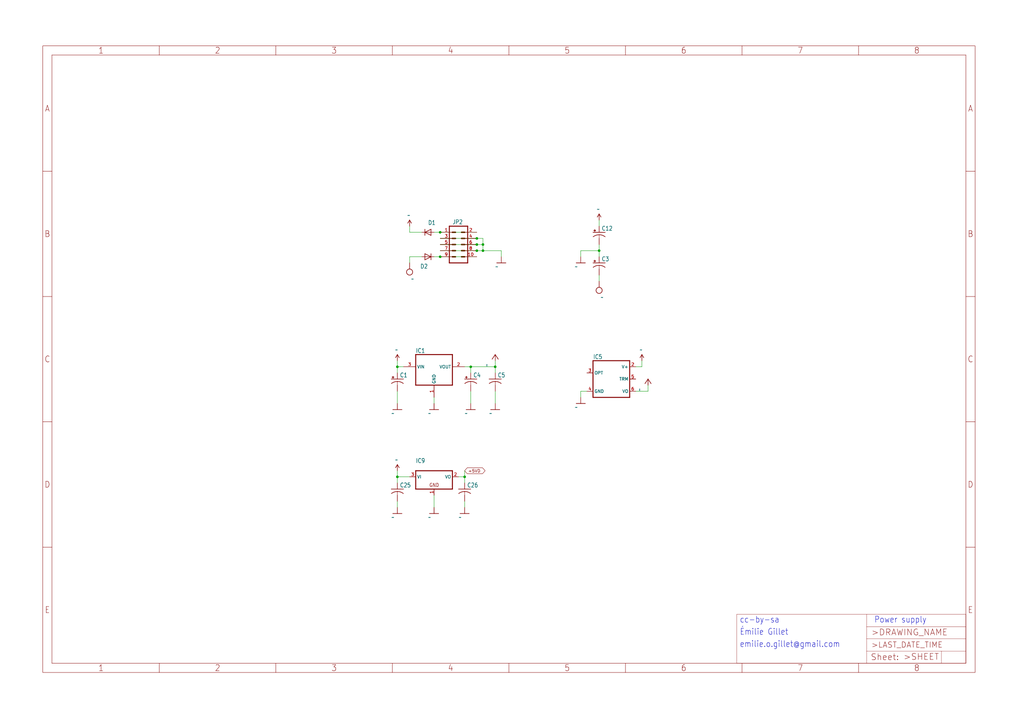
<source format=kicad_sch>
(kicad_sch (version 20211123) (generator eeschema)
  (paper "User" 425.45 299.161)
  (lib_symbols
    (symbol "yarns_v03-eagle-import:+3V3" (power)
      (property "Value" "+3V3" (at -2.54 -5.08 90))
      (symbol "+3V3_1_0"
        (polyline (pts (xy 0 0) (xy -1.27 -1.905)) (stroke (width 0.254)))
        (polyline (pts (xy 1.27 -1.905) (xy 0 0)) (stroke (width 0.254)))
        (pin power_in line (at 0 -2.54 90) (length 2.54) (name "+3V3") (number "1"))
      )
    )
    (symbol "yarns_v03-eagle-import:+5V" (power)
      (property "Value" "+5V" (at -2.54 -5.08 90))
      (symbol "+5V_1_0"
        (polyline (pts (xy 0 0) (xy -1.27 -1.905)) (stroke (width 0.254)))
        (polyline (pts (xy 1.27 -1.905) (xy 0 0)) (stroke (width 0.254)))
        (pin power_in line (at 0 -2.54 90) (length 2.54) (name "+5V") (number "1"))
      )
    )
    (symbol "yarns_v03-eagle-import:A3L-LOC"
      (symbol "A3L-LOC_0_0"
        (polyline (pts (xy 0 52.07) (xy 3.81 52.07)))
        (polyline (pts (xy 0 104.14) (xy 3.81 104.14)))
        (polyline (pts (xy 0 156.21) (xy 3.81 156.21)))
        (polyline (pts (xy 0 208.28) (xy 3.81 208.28)))
        (polyline (pts (xy 3.81 3.81) (xy 3.81 256.54)))
        (polyline (pts (xy 48.4188 0) (xy 48.4188 3.81)))
        (polyline (pts (xy 48.4188 256.54) (xy 48.4188 260.35)))
        (polyline (pts (xy 96.8375 0) (xy 96.8375 3.81)))
        (polyline (pts (xy 96.8375 256.54) (xy 96.8375 260.35)))
        (polyline (pts (xy 145.2563 0) (xy 145.2563 3.81)))
        (polyline (pts (xy 145.2563 256.54) (xy 145.2563 260.35)))
        (polyline (pts (xy 193.675 0) (xy 193.675 3.81)))
        (polyline (pts (xy 193.675 256.54) (xy 193.675 260.35)))
        (polyline (pts (xy 242.0938 0) (xy 242.0938 3.81)))
        (polyline (pts (xy 242.0938 256.54) (xy 242.0938 260.35)))
        (polyline (pts (xy 290.5125 0) (xy 290.5125 3.81)))
        (polyline (pts (xy 290.5125 256.54) (xy 290.5125 260.35)))
        (polyline (pts (xy 338.9313 0) (xy 338.9313 3.81)))
        (polyline (pts (xy 338.9313 256.54) (xy 338.9313 260.35)))
        (polyline (pts (xy 383.54 3.81) (xy 3.81 3.81)))
        (polyline (pts (xy 383.54 3.81) (xy 383.54 256.54)))
        (polyline (pts (xy 383.54 52.07) (xy 387.35 52.07)))
        (polyline (pts (xy 383.54 104.14) (xy 387.35 104.14)))
        (polyline (pts (xy 383.54 156.21) (xy 387.35 156.21)))
        (polyline (pts (xy 383.54 208.28) (xy 387.35 208.28)))
        (polyline (pts (xy 383.54 256.54) (xy 3.81 256.54)))
        (polyline (pts (xy 0 0) (xy 387.35 0) (xy 387.35 260.35) (xy 0 260.35) (xy 0 0)))
        (text "1" (at 24.2094 1.905 0) (effects (font (size 2.54 2.286))))
        (text "1" (at 24.2094 258.445 0) (effects (font (size 2.54 2.286))))
        (text "2" (at 72.6281 1.905 0) (effects (font (size 2.54 2.286))))
        (text "2" (at 72.6281 258.445 0) (effects (font (size 2.54 2.286))))
        (text "3" (at 121.0469 1.905 0) (effects (font (size 2.54 2.286))))
        (text "3" (at 121.0469 258.445 0) (effects (font (size 2.54 2.286))))
        (text "4" (at 169.4656 1.905 0) (effects (font (size 2.54 2.286))))
        (text "4" (at 169.4656 258.445 0) (effects (font (size 2.54 2.286))))
        (text "5" (at 217.8844 1.905 0) (effects (font (size 2.54 2.286))))
        (text "5" (at 217.8844 258.445 0) (effects (font (size 2.54 2.286))))
        (text "6" (at 266.3031 1.905 0) (effects (font (size 2.54 2.286))))
        (text "6" (at 266.3031 258.445 0) (effects (font (size 2.54 2.286))))
        (text "7" (at 314.7219 1.905 0) (effects (font (size 2.54 2.286))))
        (text "7" (at 314.7219 258.445 0) (effects (font (size 2.54 2.286))))
        (text "8" (at 363.1406 1.905 0) (effects (font (size 2.54 2.286))))
        (text "8" (at 363.1406 258.445 0) (effects (font (size 2.54 2.286))))
        (text "A" (at 1.905 234.315 0) (effects (font (size 2.54 2.286))))
        (text "A" (at 385.445 234.315 0) (effects (font (size 2.54 2.286))))
        (text "B" (at 1.905 182.245 0) (effects (font (size 2.54 2.286))))
        (text "B" (at 385.445 182.245 0) (effects (font (size 2.54 2.286))))
        (text "C" (at 1.905 130.175 0) (effects (font (size 2.54 2.286))))
        (text "C" (at 385.445 130.175 0) (effects (font (size 2.54 2.286))))
        (text "D" (at 1.905 78.105 0) (effects (font (size 2.54 2.286))))
        (text "D" (at 385.445 78.105 0) (effects (font (size 2.54 2.286))))
        (text "E" (at 1.905 26.035 0) (effects (font (size 2.54 2.286))))
        (text "E" (at 385.445 26.035 0) (effects (font (size 2.54 2.286))))
      )
      (symbol "A3L-LOC_1_0"
        (polyline (pts (xy 288.29 3.81) (xy 288.29 24.13)) (stroke (width 0.1016)))
        (polyline (pts (xy 288.29 3.81) (xy 342.265 3.81)) (stroke (width 0.1016)))
        (polyline (pts (xy 288.29 24.13) (xy 342.265 24.13)) (stroke (width 0.1016)))
        (polyline (pts (xy 342.265 3.81) (xy 373.38 3.81)) (stroke (width 0.1016)))
        (polyline (pts (xy 342.265 8.89) (xy 342.265 3.81)) (stroke (width 0.1016)))
        (polyline (pts (xy 342.265 8.89) (xy 342.265 13.97)) (stroke (width 0.1016)))
        (polyline (pts (xy 342.265 13.97) (xy 342.265 19.05)) (stroke (width 0.1016)))
        (polyline (pts (xy 342.265 13.97) (xy 383.54 13.97)) (stroke (width 0.1016)))
        (polyline (pts (xy 342.265 19.05) (xy 342.265 24.13)) (stroke (width 0.1016)))
        (polyline (pts (xy 342.265 19.05) (xy 383.54 19.05)) (stroke (width 0.1016)))
        (polyline (pts (xy 342.265 24.13) (xy 383.54 24.13)) (stroke (width 0.1016)))
        (polyline (pts (xy 373.38 3.81) (xy 373.38 8.89)) (stroke (width 0.1016)))
        (polyline (pts (xy 373.38 3.81) (xy 383.54 3.81)) (stroke (width 0.1016)))
        (polyline (pts (xy 373.38 8.89) (xy 342.265 8.89)) (stroke (width 0.1016)))
        (polyline (pts (xy 373.38 8.89) (xy 383.54 8.89)) (stroke (width 0.1016)))
        (polyline (pts (xy 383.54 3.81) (xy 383.54 8.89)) (stroke (width 0.1016)))
        (polyline (pts (xy 383.54 8.89) (xy 383.54 13.97)) (stroke (width 0.1016)))
        (polyline (pts (xy 383.54 13.97) (xy 383.54 19.05)) (stroke (width 0.1016)))
        (polyline (pts (xy 383.54 19.05) (xy 383.54 24.13)) (stroke (width 0.1016)))
        (text ">DRAWING_NAME" (at 344.17 15.24 0) (effects (font (size 2.54 2.54)) (justify left bottom)))
        (text ">LAST_DATE_TIME" (at 344.17 10.16 0) (effects (font (size 2.286 2.286)) (justify left bottom)))
        (text ">SHEET" (at 357.505 5.08 0) (effects (font (size 2.54 2.54)) (justify left bottom)))
        (text "Sheet:" (at 343.916 4.953 0) (effects (font (size 2.54 2.54)) (justify left bottom)))
      )
    )
    (symbol "yarns_v03-eagle-import:C-USC0603"
      (property "Reference" "C" (at 1.016 0.635 0))
      (property "Value" "C-USC0603" (at 1.016 -4.191 0))
      (symbol "C-USC0603_1_0"
        (arc (start 0 -1.0161) (mid -1.302 -1.2303) (end -2.4668 -1.8504) (stroke (width 0.254)))
        (polyline (pts (xy -2.54 0) (xy 2.54 0)) (stroke (width 0.254)))
        (polyline (pts (xy 0 -1.016) (xy 0 -2.54)) (stroke (width 0.1524)))
        (arc (start 2.4892 -1.8542) (mid 1.3158 -1.2195) (end 0 -1) (stroke (width 0.254)))
        (pin passive line (at 0 2.54 270) (length 2.54) (name "1") (number "1"))
        (pin passive line (at 0 -5.08 90) (length 2.54) (name "2") (number "2"))
      )
    )
    (symbol "yarns_v03-eagle-import:CPOL-USA"
      (property "Reference" "C" (at 1.016 0.635 0))
      (property "Value" "CPOL-USA" (at 1.016 -4.191 0))
      (symbol "CPOL-USA_1_0"
        (rectangle (start -2.253 0.668) (end -1.364 0.795) (fill (type outline)))
        (rectangle (start -1.872 0.287) (end -1.745 1.176) (fill (type outline)))
        (arc (start 0 -1.0161) (mid -1.3021 -1.2302) (end -2.4669 -1.8504) (stroke (width 0.254)))
        (polyline (pts (xy -2.54 0) (xy 2.54 0)) (stroke (width 0.254)))
        (polyline (pts (xy 0 -1.016) (xy 0 -2.54)) (stroke (width 0.1524)))
        (arc (start 2.4892 -1.8542) (mid 1.3158 -1.2195) (end 0 -1) (stroke (width 0.254)))
        (pin passive line (at 0 2.54 270) (length 2.54) (name "+") (number "+"))
        (pin passive line (at 0 -5.08 90) (length 2.54) (name "-") (number "-"))
      )
    )
    (symbol "yarns_v03-eagle-import:CPOL-USC"
      (property "Reference" "C" (at 1.016 0.635 0))
      (property "Value" "CPOL-USC" (at 1.016 -4.191 0))
      (symbol "CPOL-USC_1_0"
        (rectangle (start -2.253 0.668) (end -1.364 0.795) (fill (type outline)))
        (rectangle (start -1.872 0.287) (end -1.745 1.176) (fill (type outline)))
        (arc (start 0 -1.0161) (mid -1.3021 -1.2302) (end -2.4669 -1.8504) (stroke (width 0.254)))
        (polyline (pts (xy -2.54 0) (xy 2.54 0)) (stroke (width 0.254)))
        (polyline (pts (xy 0 -1.016) (xy 0 -2.54)) (stroke (width 0.1524)))
        (arc (start 2.4892 -1.8542) (mid 1.3158 -1.2195) (end 0 -1) (stroke (width 0.254)))
        (pin passive line (at 0 2.54 270) (length 2.54) (name "+") (number "+"))
        (pin passive line (at 0 -5.08 90) (length 2.54) (name "-") (number "-"))
      )
    )
    (symbol "yarns_v03-eagle-import:DIODE-SOD123"
      (property "Reference" "D" (at 2.54 0.4826 0))
      (property "Value" "DIODE-SOD123" (at 2.54 -2.3114 0))
      (symbol "DIODE-SOD123_1_0"
        (polyline (pts (xy -1.27 -1.27) (xy 1.27 0)) (stroke (width 0.254)))
        (polyline (pts (xy -1.27 1.27) (xy -1.27 -1.27)) (stroke (width 0.254)))
        (polyline (pts (xy 1.27 0) (xy -1.27 1.27)) (stroke (width 0.254)))
        (polyline (pts (xy 1.27 0) (xy 1.27 -1.27)) (stroke (width 0.254)))
        (polyline (pts (xy 1.27 1.27) (xy 1.27 0)) (stroke (width 0.254)))
        (pin passive line (at -2.54 0 0) (length 2.54) (name "A") (number "A"))
        (pin passive line (at 2.54 0 180) (length 2.54) (name "C") (number "C"))
      )
    )
    (symbol "yarns_v03-eagle-import:GND" (power)
      (property "Value" "GND" (at -2.54 -2.54 0))
      (symbol "GND_1_0"
        (polyline (pts (xy -1.905 0) (xy 1.905 0)) (stroke (width 0.254)))
        (pin power_in line (at 0 2.54 270) (length 2.54) (name "GND") (number "1"))
      )
    )
    (symbol "yarns_v03-eagle-import:M05X2PTH"
      (property "Reference" "JP" (at -2.54 8.382 0))
      (property "Value" "M05X2PTH" (at -2.54 -10.16 0))
      (symbol "M05X2PTH_1_0"
        (polyline (pts (xy -3.81 7.62) (xy -3.81 -7.62)) (stroke (width 0.4064)))
        (polyline (pts (xy -3.81 7.62) (xy 3.81 7.62)) (stroke (width 0.4064)))
        (polyline (pts (xy -1.27 -5.08) (xy -2.54 -5.08)) (stroke (width 0.6096)))
        (polyline (pts (xy -1.27 -2.54) (xy -2.54 -2.54)) (stroke (width 0.6096)))
        (polyline (pts (xy -1.27 0) (xy -2.54 0)) (stroke (width 0.6096)))
        (polyline (pts (xy -1.27 2.54) (xy -2.54 2.54)) (stroke (width 0.6096)))
        (polyline (pts (xy -1.27 5.08) (xy -2.54 5.08)) (stroke (width 0.6096)))
        (polyline (pts (xy 1.27 -5.08) (xy 2.54 -5.08)) (stroke (width 0.6096)))
        (polyline (pts (xy 1.27 -2.54) (xy 2.54 -2.54)) (stroke (width 0.6096)))
        (polyline (pts (xy 1.27 0) (xy 2.54 0)) (stroke (width 0.6096)))
        (polyline (pts (xy 1.27 2.54) (xy 2.54 2.54)) (stroke (width 0.6096)))
        (polyline (pts (xy 1.27 5.08) (xy 2.54 5.08)) (stroke (width 0.6096)))
        (polyline (pts (xy 3.81 -7.62) (xy -3.81 -7.62)) (stroke (width 0.4064)))
        (polyline (pts (xy 3.81 -7.62) (xy 3.81 7.62)) (stroke (width 0.4064)))
        (pin passive line (at -7.62 5.08 0) (length 5.08) (name "1") (number "1"))
        (pin passive line (at 7.62 -5.08 180) (length 5.08) (name "10") (number "10"))
        (pin passive line (at 7.62 5.08 180) (length 5.08) (name "2") (number "2"))
        (pin passive line (at -7.62 2.54 0) (length 5.08) (name "3") (number "3"))
        (pin passive line (at 7.62 2.54 180) (length 5.08) (name "4") (number "4"))
        (pin passive line (at -7.62 0 0) (length 5.08) (name "5") (number "5"))
        (pin passive line (at 7.62 0 180) (length 5.08) (name "6") (number "6"))
        (pin passive line (at -7.62 -2.54 0) (length 5.08) (name "7") (number "7"))
        (pin passive line (at 7.62 -2.54 180) (length 5.08) (name "8") (number "8"))
        (pin passive line (at -7.62 -5.08 0) (length 5.08) (name "9") (number "9"))
      )
    )
    (symbol "yarns_v03-eagle-import:MCP1703CB"
      (property "Reference" "IC" (at -7.62 5.715 0))
      (property "Value" "MCP1703CB" (at -7.62 3.175 0))
      (symbol "MCP1703CB_1_0"
        (polyline (pts (xy -7.62 -5.08) (xy 7.62 -5.08)) (stroke (width 0.4064)))
        (polyline (pts (xy -7.62 2.54) (xy -7.62 -5.08)) (stroke (width 0.4064)))
        (polyline (pts (xy 7.62 -5.08) (xy 7.62 2.54)) (stroke (width 0.4064)))
        (polyline (pts (xy 7.62 2.54) (xy -7.62 2.54)) (stroke (width 0.4064)))
        (text "GND" (at -2.032 -4.318 0) (effects (font (size 1.524 1.2954)) (justify left bottom)))
        (pin passive line (at 0 -7.62 90) (length 2.54) (name "GND") (number "1"))
        (pin passive line (at 10.16 0 180) (length 2.54) (name "VO") (number "2"))
        (pin input line (at -10.16 0 0) (length 2.54) (name "VI") (number "3"))
      )
    )
    (symbol "yarns_v03-eagle-import:REF02D"
      (property "Reference" "IC" (at -7.62 8.255 0))
      (property "Value" "REF02D" (at -7.62 -10.16 0))
      (symbol "REF02D_1_0"
        (polyline (pts (xy -7.62 -7.62) (xy 7.62 -7.62)) (stroke (width 0.4064)))
        (polyline (pts (xy -7.62 7.62) (xy -7.62 -7.62)) (stroke (width 0.4064)))
        (polyline (pts (xy 7.62 -7.62) (xy 7.62 7.62)) (stroke (width 0.4064)))
        (polyline (pts (xy 7.62 7.62) (xy -7.62 7.62)) (stroke (width 0.4064)))
        (pin power_in line (at 10.16 5.08 180) (length 2.54) (name "V+") (number "2"))
        (pin output line (at -10.16 2.54 0) (length 2.54) (name "OPT") (number "3"))
        (pin power_in line (at -10.16 -5.08 0) (length 2.54) (name "GND") (number "4"))
        (pin input line (at 10.16 0 180) (length 2.54) (name "TRM") (number "5"))
        (pin output line (at 10.16 -5.08 180) (length 2.54) (name "VO") (number "6"))
      )
    )
    (symbol "yarns_v03-eagle-import:REG1117"
      (property "Reference" "IC" (at -7.62 5.715 0))
      (property "Value" "REG1117" (at -5.08 2.54 0))
      (symbol "REG1117_1_0"
        (polyline (pts (xy -7.62 -7.62) (xy 7.62 -7.62)) (stroke (width 0.4064)))
        (polyline (pts (xy -7.62 5.08) (xy -7.62 -7.62)) (stroke (width 0.4064)))
        (polyline (pts (xy 7.62 -7.62) (xy 7.62 5.08)) (stroke (width 0.4064)))
        (polyline (pts (xy 7.62 5.08) (xy -7.62 5.08)) (stroke (width 0.4064)))
        (pin power_in line (at 0 -12.7 90) (length 5.08) (name "GND") (number "1"))
        (pin output line (at 12.7 0 180) (length 5.08) (name "VOUT") (number "2"))
        (pin input line (at -12.7 0 0) (length 5.08) (name "VIN") (number "3"))
      )
    )
    (symbol "yarns_v03-eagle-import:VCC" (power)
      (property "Value" "VCC" (at -1.016 3.556 0))
      (symbol "VCC_1_0"
        (polyline (pts (xy 0 2.54) (xy -0.762 1.27)) (stroke (width 0.254)))
        (polyline (pts (xy 0.762 1.27) (xy 0 2.54)) (stroke (width 0.254)))
        (pin power_in line (at 0 0 90) (length 2.54) (name "VCC") (number "1"))
      )
    )
    (symbol "yarns_v03-eagle-import:VEE" (power)
      (property "Value" "VEE" (at -1.905 3.175 0))
      (symbol "VEE_1_0"
        (circle (center 0 1.27) (radius 1.27) (stroke (width 0.254)))
        (pin power_in line (at 0 -2.54 90) (length 2.54) (name "VEE") (number "1"))
      )
    )
  )
  (junction (at 248.92 104.14))
  (junction (at 182.88 96.52))
  (junction (at 200.66 104.14))
  (junction (at 198.12 101.6))
  (junction (at 195.58 152.4))
  (junction (at 165.1 198.12))
  (junction (at 198.12 104.14))
  (junction (at 182.88 106.68))
  (junction (at 165.1 152.4))
  (junction (at 205.74 152.4))
  (junction (at 193.04 198.12))
  (junction (at 198.12 99.06))
  (junction (at 200.66 101.6))
  (wire (pts (xy 200.66 99.06) (xy 200.66 101.6)))
  (wire (pts (xy 269.24 162.56) (xy 269.24 160.02)))
  (wire (pts (xy 170.18 198.12) (xy 165.1 198.12)))
  (wire (pts (xy 200.66 101.6) (xy 198.12 101.6)))
  (wire (pts (xy 180.34 205.74) (xy 180.34 210.82)))
  (wire (pts (xy 180.34 165.1) (xy 180.34 167.64)))
  (wire (pts (xy 190.5 198.12) (xy 193.04 198.12)))
  (wire (pts (xy 200.66 104.14) (xy 208.28 104.14)))
  (wire (pts (xy 195.58 154.94) (xy 195.58 152.4)))
  (wire (pts (xy 195.58 162.56) (xy 195.58 167.64)))
  (wire (pts (xy 208.28 104.14) (xy 208.28 106.68)))
  (wire (pts (xy 266.7 152.4) (xy 266.7 149.86)))
  (wire (pts (xy 264.16 162.56) (xy 269.24 162.56)))
  (wire (pts (xy 193.04 198.12) (xy 193.04 200.66)))
  (wire (pts (xy 248.92 114.3) (xy 248.92 116.84)))
  (wire (pts (xy 180.34 96.52) (xy 182.88 96.52)))
  (wire (pts (xy 165.1 208.28) (xy 165.1 210.82)))
  (wire (pts (xy 193.04 152.4) (xy 195.58 152.4)))
  (wire (pts (xy 165.1 152.4) (xy 167.64 152.4)))
  (wire (pts (xy 170.18 106.68) (xy 170.18 109.22)))
  (wire (pts (xy 243.84 162.56) (xy 241.3 162.56)))
  (wire (pts (xy 165.1 152.4) (xy 165.1 154.94)))
  (wire (pts (xy 205.74 162.56) (xy 205.74 167.64)))
  (wire (pts (xy 241.3 104.14) (xy 241.3 106.68)))
  (wire (pts (xy 193.04 198.12) (xy 193.04 195.58)))
  (wire (pts (xy 198.12 99.06) (xy 200.66 99.06)))
  (wire (pts (xy 165.1 149.86) (xy 165.1 152.4)))
  (wire (pts (xy 165.1 198.12) (xy 165.1 200.66)))
  (wire (pts (xy 170.18 96.52) (xy 170.18 93.98)))
  (wire (pts (xy 248.92 93.98) (xy 248.92 91.44)))
  (wire (pts (xy 182.88 104.14) (xy 198.12 104.14)))
  (wire (pts (xy 180.34 106.68) (xy 182.88 106.68)))
  (wire (pts (xy 193.04 208.28) (xy 193.04 210.82)))
  (wire (pts (xy 264.16 152.4) (xy 266.7 152.4)))
  (wire (pts (xy 170.18 96.52) (xy 175.26 96.52)))
  (wire (pts (xy 182.88 106.68) (xy 198.12 106.68)))
  (wire (pts (xy 182.88 96.52) (xy 198.12 96.52)))
  (wire (pts (xy 200.66 101.6) (xy 200.66 104.14)))
  (wire (pts (xy 165.1 198.12) (xy 165.1 195.58)))
  (wire (pts (xy 248.92 101.6) (xy 248.92 104.14)))
  (wire (pts (xy 248.92 104.14) (xy 241.3 104.14)))
  (wire (pts (xy 198.12 101.6) (xy 182.88 101.6)))
  (wire (pts (xy 182.88 99.06) (xy 198.12 99.06)))
  (wire (pts (xy 241.3 162.56) (xy 241.3 165.1)))
  (wire (pts (xy 205.74 152.4) (xy 205.74 154.94)))
  (wire (pts (xy 248.92 104.14) (xy 248.92 106.68)))
  (wire (pts (xy 170.18 106.68) (xy 175.26 106.68)))
  (wire (pts (xy 205.74 149.86) (xy 205.74 152.4)))
  (wire (pts (xy 198.12 104.14) (xy 200.66 104.14)))
  (wire (pts (xy 195.58 152.4) (xy 205.74 152.4)))
  (wire (pts (xy 165.1 162.56) (xy 165.1 167.64)))
  (text "Émilie Gillet" (at 307.34 264.16 180) (effects (font (size 2.54 2.159)) (justify left bottom)))
  (text "emilie.o.gillet@gmail.com" (at 307.34 269.24 180) (effects (font (size 2.54 2.159)) (justify left bottom)))
  (text "cc-by-sa" (at 307.34 259.08 180) (effects (font (size 2.54 2.159)) (justify left bottom)))
  (text "Power supply" (at 363.22 259.08 180) (effects (font (size 2.54 2.159)) (justify left bottom)))
  (global_label "+5VD" (shape bidirectional) (at 193.04 195.58 0) (effects (font (size 1.2446 1.2446))) (property "Intersheet References" "${INTERSHEET_REFS}" (effects hide)))
  (symbol (lib_id "yarns_v03-eagle-import:CPOL-USC") (at 165.1 157.48 0) (unit 1)
    (property "Reference" "C1" (at 166.116 156.845 0) (effects (font (size 1.778 1.5113)) (justify left bottom)))
  )
  (symbol (lib_id "yarns_v03-eagle-import:CPOL-USC") (at 195.58 157.48 0) (unit 1)
    (property "Reference" "C4" (at 196.596 156.845 0) (effects (font (size 1.778 1.5113)) (justify left bottom)))
  )
  (symbol (lib_id "yarns_v03-eagle-import:GND") (at 205.74 170.18 0) (unit 1)
    (property "Reference" "#GND36" (effects hide))
  )
  (symbol (lib_id "yarns_v03-eagle-import:GND") (at 195.58 170.18 0) (unit 1)
    (property "Reference" "#GND35" (effects hide))
  )
  (symbol (lib_id "yarns_v03-eagle-import:GND") (at 241.3 109.22 0) (unit 1)
    (property "Reference" "#GND24" (effects hide))
  )
  (symbol (lib_id "yarns_v03-eagle-import:GND") (at 208.28 109.22 0) (unit 1)
    (property "Reference" "#GND23" (effects hide))
  )
  (symbol (lib_id "yarns_v03-eagle-import:CPOL-USA") (at 248.92 96.52 0) (unit 1)
    (property "Reference" "C12" (at 249.936 95.885 0) (effects (font (size 1.778 1.5113)) (justify left bottom)))
  )
  (symbol (lib_id "yarns_v03-eagle-import:CPOL-USA") (at 248.92 109.22 0) (unit 1)
    (property "Reference" "C3" (at 249.936 108.585 0) (effects (font (size 1.778 1.5113)) (justify left bottom)))
  )
  (symbol (lib_id "yarns_v03-eagle-import:A3L-LOC") (at 17.78 279.4 0) (unit 1)
    (property "Reference" "#FRAME2" (effects hide))
  )
  (symbol (lib_id "yarns_v03-eagle-import:GND") (at 193.04 213.36 0) (unit 1)
    (property "Reference" "#GND15" (effects hide))
  )
  (symbol (lib_id "yarns_v03-eagle-import:VCC") (at 165.1 195.58 0) (unit 1)
    (property "Reference" "#P+5" (effects hide))
  )
  (symbol (lib_id "yarns_v03-eagle-import:GND") (at 180.34 213.36 0) (unit 1)
    (property "Reference" "#GND13" (effects hide))
  )
  (symbol (lib_id "yarns_v03-eagle-import:GND") (at 180.34 170.18 0) (unit 1)
    (property "Reference" "#GND34" (effects hide))
  )
  (symbol (lib_id "yarns_v03-eagle-import:VEE") (at 170.18 111.76 180) (unit 1)
    (property "Reference" "#SUPPLY2" (effects hide))
  )
  (symbol (lib_id "yarns_v03-eagle-import:VCC") (at 165.1 149.86 0) (unit 1)
    (property "Reference" "#P+8" (effects hide))
  )
  (symbol (lib_id "yarns_v03-eagle-import:GND") (at 165.1 213.36 0) (unit 1)
    (property "Reference" "#GND17" (effects hide))
  )
  (symbol (lib_id "yarns_v03-eagle-import:VCC") (at 266.7 149.86 0) (unit 1)
    (property "Reference" "#P+6" (effects hide))
  )
  (symbol (lib_id "yarns_v03-eagle-import:REF02D") (at 254 157.48 0) (unit 1)
    (property "Reference" "IC5" (at 246.38 149.225 0) (effects (font (size 1.778 1.5113)) (justify left bottom)))
  )
  (symbol (lib_id "yarns_v03-eagle-import:VCC") (at 248.92 91.44 0) (unit 1)
    (property "Reference" "#P+3" (effects hide))
  )
  (symbol (lib_id "yarns_v03-eagle-import:M05X2PTH") (at 190.5 101.6 0) (unit 1)
    (property "Reference" "JP2" (at 187.96 93.218 0) (effects (font (size 1.778 1.5113)) (justify left bottom)))
  )
  (symbol (lib_id "yarns_v03-eagle-import:MCP1703CB") (at 180.34 198.12 0) (unit 1)
    (property "Reference" "IC9" (at 172.72 192.405 0) (effects (font (size 1.778 1.5113)) (justify left bottom)))
  )
  (symbol (lib_id "yarns_v03-eagle-import:+5V") (at 269.24 157.48 0) (unit 1)
    (property "Reference" "#P+7" (effects hide))
  )
  (symbol (lib_id "yarns_v03-eagle-import:REG1117") (at 180.34 152.4 0) (unit 1)
    (property "Reference" "IC1" (at 172.72 146.685 0) (effects (font (size 1.778 1.5113)) (justify left bottom)))
  )
  (symbol (lib_id "yarns_v03-eagle-import:DIODE-SOD123") (at 177.8 106.68 0) (unit 1)
    (property "Reference" "D2" (at 177.8 109.7026 0) (effects (font (size 1.778 1.5113)) (justify right top)))
  )
  (symbol (lib_id "yarns_v03-eagle-import:GND") (at 241.3 167.64 0) (unit 1)
    (property "Reference" "#GND29" (effects hide))
  )
  (symbol (lib_id "yarns_v03-eagle-import:VEE") (at 248.92 119.38 180) (unit 1)
    (property "Reference" "#SUPPLY3" (effects hide))
  )
  (symbol (lib_id "yarns_v03-eagle-import:C-USC0603") (at 165.1 203.2 0) (unit 1)
    (property "Reference" "C25" (at 166.116 202.565 0) (effects (font (size 1.778 1.5113)) (justify left bottom)))
  )
  (symbol (lib_id "yarns_v03-eagle-import:+3V3") (at 205.74 147.32 0) (unit 1)
    (property "Reference" "#+3V3" (effects hide))
  )
  (symbol (lib_id "yarns_v03-eagle-import:DIODE-SOD123") (at 177.8 96.52 180) (unit 1)
    (property "Reference" "D1" (at 177.8 93.4974 0) (effects (font (size 1.778 1.5113)) (justify right top)))
  )
  (symbol (lib_id "yarns_v03-eagle-import:C-USC0603") (at 205.74 157.48 0) (unit 1)
    (property "Reference" "C5" (at 206.756 156.845 0) (effects (font (size 1.778 1.5113)) (justify left bottom)))
  )
  (symbol (lib_id "yarns_v03-eagle-import:GND") (at 165.1 170.18 0) (unit 1)
    (property "Reference" "#GND43" (effects hide))
  )
  (symbol (lib_id "yarns_v03-eagle-import:C-USC0603") (at 193.04 203.2 0) (unit 1)
    (property "Reference" "C26" (at 194.056 202.565 0) (effects (font (size 1.778 1.5113)) (justify left bottom)))
  )
  (symbol (lib_id "yarns_v03-eagle-import:VCC") (at 170.18 93.98 0) (unit 1)
    (property "Reference" "#P+2" (effects hide))
  )
)
</source>
